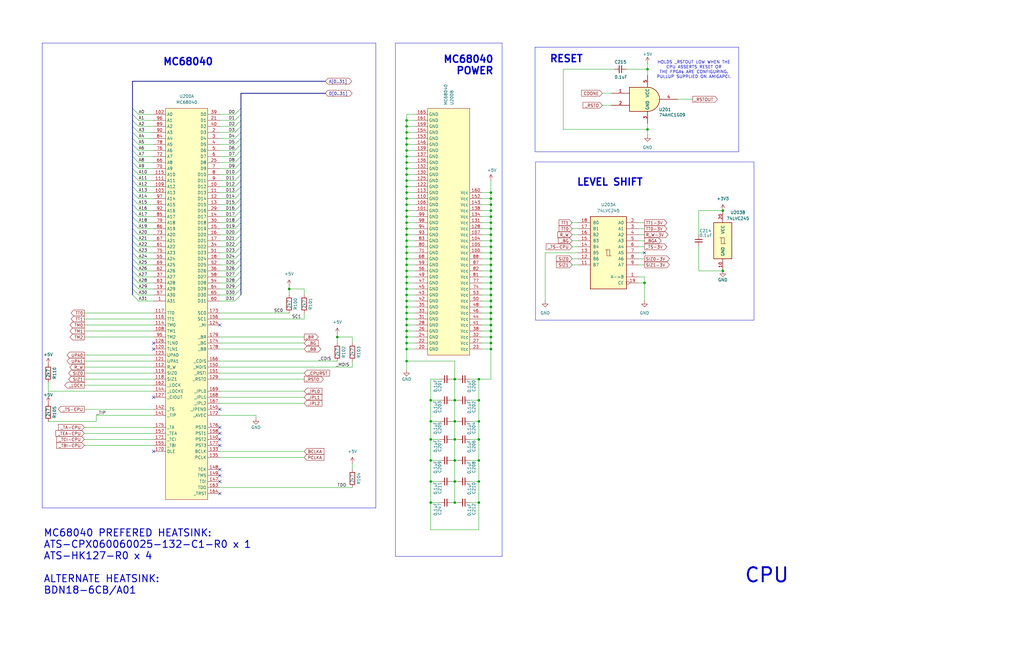
<source format=kicad_sch>
(kicad_sch (version 20231120) (generator "eeschema") (generator_version "8.0")
  (paper "B")
  (title_block (title "AmigaPCI 68040") (date "2024-07-18") (rev "3.0"))
  (junction (at 171.45 63.5))
  (junction (at 171.45 83.82))
  (junction (at 121.92 121.92))
  (junction (at 171.45 58.42))
  (junction (at 181.61 203.2))
  (junction (at 191.77 177.8))
  (junction (at 201.93 177.8))
  (junction (at 181.61 212.09))
  (junction (at 171.45 68.58))
  (junction (at 171.45 76.2))
  (junction (at 304.8 114.3))
  (junction (at 171.45 134.62))
  (junction (at 171.45 127))
  (junction (at 207.01 129.54))
  (junction (at 207.01 144.78))
  (junction (at 207.01 121.92))
  (junction (at 171.45 132.08))
  (junction (at 207.01 139.7))
  (junction (at 171.45 152.4))
  (junction (at 191.77 185.42))
  (junction (at 171.45 137.16))
  (junction (at 181.61 177.8))
  (junction (at 207.01 104.14))
  (junction (at 171.45 104.14))
  (junction (at 171.45 81.28))
  (junction (at 171.45 71.12))
  (junction (at 171.45 147.32))
  (junction (at 191.77 203.2))
  (junction (at 207.01 106.68))
  (junction (at 171.45 93.98))
  (junction (at 207.01 147.32))
  (junction (at 171.45 111.76))
  (junction (at 181.61 168.91))
  (junction (at 207.01 114.3))
  (junction (at 271.78 119.38))
  (junction (at 207.01 99.06))
  (junction (at 171.45 66.04))
  (junction (at 142.24 142.24))
  (junction (at 207.01 93.98))
  (junction (at 201.93 194.31))
  (junction (at 171.45 116.84))
  (junction (at 171.45 96.52))
  (junction (at 207.01 132.08))
  (junction (at 171.45 144.78))
  (junction (at 207.01 83.82))
  (junction (at 304.8 88.9))
  (junction (at 273.05 29.21))
  (junction (at 207.01 116.84))
  (junction (at 171.45 73.66))
  (junction (at 171.45 109.22))
  (junction (at 171.45 55.88))
  (junction (at 207.01 88.9))
  (junction (at 171.45 88.9))
  (junction (at 191.77 168.91))
  (junction (at 171.45 139.7))
  (junction (at 201.93 212.09))
  (junction (at 207.01 134.62))
  (junction (at 171.45 124.46))
  (junction (at 171.45 99.06))
  (junction (at 207.01 91.44))
  (junction (at 207.01 127))
  (junction (at 207.01 119.38))
  (junction (at 201.93 160.02))
  (junction (at 171.45 86.36))
  (junction (at 207.01 81.28))
  (junction (at 171.45 53.34))
  (junction (at 171.45 91.44))
  (junction (at 207.01 101.6))
  (junction (at 171.45 129.54))
  (junction (at 171.45 106.68))
  (junction (at 171.45 142.24))
  (junction (at 207.01 86.36))
  (junction (at 207.01 109.22))
  (junction (at 273.05 54.61))
  (junction (at 191.77 194.31))
  (junction (at 171.45 50.8))
  (junction (at 201.93 203.2))
  (junction (at 201.93 185.42))
  (junction (at 181.61 185.42))
  (junction (at 171.45 60.96))
  (junction (at 171.45 121.92))
  (junction (at 191.77 212.09))
  (junction (at 207.01 137.16))
  (junction (at 181.61 194.31))
  (junction (at 171.45 101.6))
  (junction (at 171.45 119.38))
  (junction (at 171.45 78.74))
  (junction (at 207.01 111.76))
  (junction (at 201.93 168.91))
  (junction (at 207.01 142.24))
  (junction (at 207.01 124.46))
  (junction (at 207.01 96.52))
  (junction (at 171.45 114.3))
  (junction (at 191.77 160.02))
  (no_connect (at 92.71 208.28))
  (no_connect (at 64.77 144.78))
  (no_connect (at 64.77 190.5))
  (no_connect (at 64.77 167.64))
  (no_connect (at 92.71 185.42))
  (no_connect (at 92.71 182.88))
  (no_connect (at 64.77 147.32))
  (no_connect (at 92.71 137.16))
  (no_connect (at 92.71 172.72))
  (no_connect (at 271.78 106.68))
  (no_connect (at 92.71 200.66))
  (no_connect (at 92.71 198.12))
  (no_connect (at 92.71 187.96))
  (no_connect (at 92.71 203.2))
  (no_connect (at 92.71 180.34))
  (bus_entry (at 99.06 50.8) (size 2.54 -2.54))
  (bus_entry (at 99.06 91.44) (size 2.54 -2.54))
  (bus_entry (at 58.42 106.68) (size -2.54 -2.54))
  (bus_entry (at 99.06 76.2) (size 2.54 -2.54))
  (bus_entry (at 58.42 58.42) (size -2.54 -2.54))
  (bus_entry (at 58.42 88.9) (size -2.54 -2.54))
  (bus_entry (at 99.06 78.74) (size 2.54 -2.54))
  (bus_entry (at 99.06 104.14) (size 2.54 -2.54))
  (bus_entry (at 99.06 60.96) (size 2.54 -2.54))
  (bus_entry (at 99.06 83.82) (size 2.54 -2.54))
  (bus_entry (at 58.42 83.82) (size -2.54 -2.54))
  (bus_entry (at 58.42 63.5) (size -2.54 -2.54))
  (bus_entry (at 99.06 63.5) (size 2.54 -2.54))
  (bus_entry (at 58.42 96.52) (size -2.54 -2.54))
  (bus_entry (at 99.06 101.6) (size 2.54 -2.54))
  (bus_entry (at 58.42 116.84) (size -2.54 -2.54))
  (bus_entry (at 58.42 124.46) (size -2.54 -2.54))
  (bus_entry (at 58.42 93.98) (size -2.54 -2.54))
  (bus_entry (at 99.06 116.84) (size 2.54 -2.54))
  (bus_entry (at 99.06 124.46) (size 2.54 -2.54))
  (bus_entry (at 99.06 106.68) (size 2.54 -2.54))
  (bus_entry (at 58.42 81.28) (size -2.54 -2.54))
  (bus_entry (at 58.42 101.6) (size -2.54 -2.54))
  (bus_entry (at 99.06 53.34) (size 2.54 -2.54))
  (bus_entry (at 99.06 86.36) (size 2.54 -2.54))
  (bus_entry (at 99.06 88.9) (size 2.54 -2.54))
  (bus_entry (at 58.42 48.26) (size -2.54 -2.54))
  (bus_entry (at 58.42 109.22) (size -2.54 -2.54))
  (bus_entry (at 99.06 93.98) (size 2.54 -2.54))
  (bus_entry (at 58.42 50.8) (size -2.54 -2.54))
  (bus_entry (at 58.42 121.92) (size -2.54 -2.54))
  (bus_entry (at 58.42 127) (size -2.54 -2.54))
  (bus_entry (at 58.42 91.44) (size -2.54 -2.54))
  (bus_entry (at 99.06 73.66) (size 2.54 -2.54))
  (bus_entry (at 58.42 119.38) (size -2.54 -2.54))
  (bus_entry (at 58.42 114.3) (size -2.54 -2.54))
  (bus_entry (at 99.06 58.42) (size 2.54 -2.54))
  (bus_entry (at 99.06 121.92) (size 2.54 -2.54))
  (bus_entry (at 99.06 109.22) (size 2.54 -2.54))
  (bus_entry (at 58.42 71.12) (size -2.54 -2.54))
  (bus_entry (at 99.06 127) (size 2.54 -2.54))
  (bus_entry (at 99.06 111.76) (size 2.54 -2.54))
  (bus_entry (at 58.42 53.34) (size -2.54 -2.54))
  (bus_entry (at 58.42 99.06) (size -2.54 -2.54))
  (bus_entry (at 58.42 78.74) (size -2.54 -2.54))
  (bus_entry (at 99.06 114.3) (size 2.54 -2.54))
  (bus_entry (at 58.42 86.36) (size -2.54 -2.54))
  (bus_entry (at 99.06 55.88) (size 2.54 -2.54))
  (bus_entry (at 58.42 104.14) (size -2.54 -2.54))
  (bus_entry (at 58.42 111.76) (size -2.54 -2.54))
  (bus_entry (at 99.06 66.04) (size 2.54 -2.54))
  (bus_entry (at 58.42 66.04) (size -2.54 -2.54))
  (bus_entry (at 58.42 60.96) (size -2.54 -2.54))
  (bus_entry (at 99.06 119.38) (size 2.54 -2.54))
  (bus_entry (at 58.42 73.66) (size -2.54 -2.54))
  (bus_entry (at 99.06 96.52) (size 2.54 -2.54))
  (bus_entry (at 58.42 68.58) (size -2.54 -2.54))
  (bus_entry (at 99.06 48.26) (size 2.54 -2.54))
  (bus_entry (at 99.06 81.28) (size 2.54 -2.54))
  (bus_entry (at 99.06 99.06) (size 2.54 -2.54))
  (bus_entry (at 58.42 76.2) (size -2.54 -2.54))
  (bus_entry (at 99.06 71.12) (size 2.54 -2.54))
  (bus_entry (at 99.06 68.58) (size 2.54 -2.54))
  (bus_entry (at 58.42 55.88) (size -2.54 -2.54))
  (wire (pts (xy 35.56 152.4) (xy 64.77 152.4)))
  (wire (pts (xy 171.45 106.68) (xy 171.45 109.22)))
  (wire (pts (xy 207.01 99.06) (xy 207.01 101.6)))
  (wire (pts (xy 92.71 132.08) (xy 121.92 132.08)))
  (wire (pts (xy 92.71 127) (xy 99.06 127)))
  (wire (pts (xy 241.3 96.52) (xy 243.84 96.52)))
  (wire (pts (xy 207.01 116.84) (xy 203.2 116.84)))
  (wire (pts (xy 191.77 152.4) (xy 191.77 160.02)))
  (wire (pts (xy 207.01 83.82) (xy 207.01 86.36)))
  (wire (pts (xy 58.42 81.28) (xy 64.77 81.28)))
  (wire (pts (xy 58.42 73.66) (xy 64.77 73.66)))
  (wire (pts (xy 175.26 81.28) (xy 171.45 81.28)))
  (wire (pts (xy 58.42 119.38) (xy 64.77 119.38)))
  (wire (pts (xy 92.71 73.66) (xy 99.06 73.66)))
  (bus (pts (xy 101.6 83.82) (xy 101.6 86.36)))
  (wire (pts (xy 198.12 160.02) (xy 201.93 160.02)))
  (wire (pts (xy 269.24 116.84) (xy 271.78 116.84)))
  (wire (pts (xy 171.45 73.66) (xy 171.45 76.2)))
  (wire (pts (xy 193.04 212.09) (xy 191.77 212.09)))
  (wire (pts (xy 193.04 203.2) (xy 191.77 203.2)))
  (wire (pts (xy 128.27 124.46) (xy 128.27 121.92)))
  (wire (pts (xy 35.56 149.86) (xy 64.77 149.86)))
  (wire (pts (xy 207.01 121.92) (xy 207.01 124.46)))
  (wire (pts (xy 35.56 180.34) (xy 64.77 180.34)))
  (wire (pts (xy 207.01 104.14) (xy 207.01 106.68)))
  (wire (pts (xy 175.26 96.52) (xy 171.45 96.52)))
  (wire (pts (xy 148.59 195.58) (xy 148.59 198.12)))
  (bus (pts (xy 101.6 109.22) (xy 101.6 111.76)))
  (bus (pts (xy 55.88 96.52) (xy 55.88 99.06)))
  (wire (pts (xy 181.61 203.2) (xy 185.42 203.2)))
  (wire (pts (xy 35.56 182.88) (xy 64.77 182.88)))
  (wire (pts (xy 191.77 185.42) (xy 191.77 194.31)))
  (wire (pts (xy 58.42 121.92) (xy 64.77 121.92)))
  (bus (pts (xy 101.6 106.68) (xy 101.6 109.22)))
  (bus (pts (xy 55.88 68.58) (xy 55.88 71.12)))
  (wire (pts (xy 181.61 160.02) (xy 181.61 168.91)))
  (wire (pts (xy 175.26 147.32) (xy 171.45 147.32)))
  (wire (pts (xy 92.71 50.8) (xy 99.06 50.8)))
  (wire (pts (xy 175.26 106.68) (xy 171.45 106.68)))
  (wire (pts (xy 171.45 50.8) (xy 171.45 53.34)))
  (wire (pts (xy 92.71 91.44) (xy 99.06 91.44)))
  (wire (pts (xy 198.12 168.91) (xy 201.93 168.91)))
  (wire (pts (xy 201.93 223.52) (xy 181.61 223.52)))
  (wire (pts (xy 207.01 144.78) (xy 207.01 147.32)))
  (wire (pts (xy 92.71 55.88) (xy 99.06 55.88)))
  (wire (pts (xy 58.42 83.82) (xy 64.77 83.82)))
  (wire (pts (xy 58.42 86.36) (xy 64.77 86.36)))
  (bus (pts (xy 101.6 86.36) (xy 101.6 88.9)))
  (wire (pts (xy 171.45 129.54) (xy 171.45 132.08)))
  (wire (pts (xy 207.01 114.3) (xy 203.2 114.3)))
  (bus (pts (xy 101.6 45.72) (xy 101.6 48.26)))
  (wire (pts (xy 58.42 114.3) (xy 64.77 114.3)))
  (bus (pts (xy 55.88 83.82) (xy 55.88 86.36)))
  (wire (pts (xy 35.56 154.94) (xy 64.77 154.94)))
  (bus (pts (xy 101.6 101.6) (xy 101.6 104.14)))
  (bus (pts (xy 101.6 121.92) (xy 101.6 124.46)))
  (wire (pts (xy 175.26 101.6) (xy 171.45 101.6)))
  (wire (pts (xy 207.01 144.78) (xy 203.2 144.78)))
  (wire (pts (xy 207.01 81.28) (xy 207.01 83.82)))
  (wire (pts (xy 175.26 119.38) (xy 171.45 119.38)))
  (wire (pts (xy 203.2 132.08) (xy 207.01 132.08)))
  (wire (pts (xy 171.45 58.42) (xy 171.45 60.96)))
  (bus (pts (xy 55.88 66.04) (xy 55.88 68.58)))
  (wire (pts (xy 35.56 162.56) (xy 64.77 162.56)))
  (bus (pts (xy 55.88 81.28) (xy 55.88 83.82)))
  (wire (pts (xy 175.26 50.8) (xy 171.45 50.8)))
  (wire (pts (xy 171.45 55.88) (xy 171.45 58.42)))
  (wire (pts (xy 191.77 168.91) (xy 190.5 168.91)))
  (wire (pts (xy 241.3 109.22) (xy 243.84 109.22)))
  (bus (pts (xy 55.88 50.8) (xy 55.88 53.34)))
  (wire (pts (xy 171.45 60.96) (xy 171.45 63.5)))
  (wire (pts (xy 20.32 177.8) (xy 40.64 177.8)))
  (wire (pts (xy 175.26 93.98) (xy 171.45 93.98)))
  (bus (pts (xy 101.6 66.04) (xy 101.6 68.58)))
  (wire (pts (xy 241.3 111.76) (xy 243.84 111.76)))
  (wire (pts (xy 92.71 99.06) (xy 99.06 99.06)))
  (wire (pts (xy 171.45 111.76) (xy 171.45 114.3)))
  (wire (pts (xy 175.26 116.84) (xy 171.45 116.84)))
  (wire (pts (xy 193.04 160.02) (xy 191.77 160.02)))
  (wire (pts (xy 271.78 119.38) (xy 269.24 119.38)))
  (wire (pts (xy 175.26 99.06) (xy 171.45 99.06)))
  (wire (pts (xy 207.01 139.7) (xy 207.01 142.24)))
  (wire (pts (xy 171.45 53.34) (xy 171.45 55.88)))
  (wire (pts (xy 175.26 68.58) (xy 171.45 68.58)))
  (wire (pts (xy 171.45 144.78) (xy 171.45 147.32)))
  (wire (pts (xy 294.64 114.3) (xy 304.8 114.3)))
  (wire (pts (xy 207.01 99.06) (xy 203.2 99.06)))
  (bus (pts (xy 55.88 48.26) (xy 55.88 50.8)))
  (bus (pts (xy 101.6 68.58) (xy 101.6 71.12)))
  (wire (pts (xy 191.77 168.91) (xy 191.77 177.8)))
  (wire (pts (xy 193.04 168.91) (xy 191.77 168.91)))
  (wire (pts (xy 35.56 187.96) (xy 64.77 187.96)))
  (bus (pts (xy 101.6 60.96) (xy 101.6 63.5)))
  (wire (pts (xy 241.3 93.98) (xy 243.84 93.98)))
  (wire (pts (xy 241.3 104.14) (xy 243.84 104.14)))
  (wire (pts (xy 58.42 101.6) (xy 64.77 101.6)))
  (wire (pts (xy 121.92 121.92) (xy 121.92 124.46)))
  (wire (pts (xy 148.59 144.78) (xy 148.59 142.24)))
  (bus (pts (xy 101.6 119.38) (xy 101.6 121.92)))
  (wire (pts (xy 207.01 109.22) (xy 207.01 111.76)))
  (bus (pts (xy 55.88 88.9) (xy 55.88 91.44)))
  (bus (pts (xy 55.88 93.98) (xy 55.88 96.52)))
  (wire (pts (xy 198.12 185.42) (xy 201.93 185.42)))
  (wire (pts (xy 207.01 124.46) (xy 207.01 127)))
  (wire (pts (xy 92.71 134.62) (xy 128.27 134.62)))
  (wire (pts (xy 40.64 177.8) (xy 40.64 175.26)))
  (bus (pts (xy 55.88 55.88) (xy 55.88 58.42)))
  (wire (pts (xy 92.71 116.84) (xy 99.06 116.84)))
  (wire (pts (xy 207.01 139.7) (xy 203.2 139.7)))
  (wire (pts (xy 181.61 177.8) (xy 185.42 177.8)))
  (wire (pts (xy 207.01 127) (xy 203.2 127)))
  (wire (pts (xy 58.42 116.84) (xy 64.77 116.84)))
  (wire (pts (xy 171.45 119.38) (xy 171.45 121.92)))
  (wire (pts (xy 92.71 142.24) (xy 128.27 142.24)))
  (wire (pts (xy 175.26 55.88) (xy 171.45 55.88)))
  (wire (pts (xy 207.01 96.52) (xy 207.01 99.06)))
  (wire (pts (xy 207.01 127) (xy 207.01 129.54)))
  (bus (pts (xy 55.88 76.2) (xy 55.88 78.74)))
  (wire (pts (xy 92.71 193.04) (xy 128.27 193.04)))
  (wire (pts (xy 175.26 121.92) (xy 171.45 121.92)))
  (bus (pts (xy 101.6 58.42) (xy 101.6 60.96)))
  (wire (pts (xy 207.01 83.82) (xy 203.2 83.82)))
  (wire (pts (xy 92.71 104.14) (xy 99.06 104.14)))
  (wire (pts (xy 175.26 129.54) (xy 171.45 129.54)))
  (wire (pts (xy 92.71 53.34) (xy 99.06 53.34)))
  (wire (pts (xy 201.93 177.8) (xy 201.93 185.42)))
  (wire (pts (xy 171.45 137.16) (xy 171.45 139.7)))
  (wire (pts (xy 191.77 177.8) (xy 191.77 185.42)))
  (wire (pts (xy 191.77 212.09) (xy 190.5 212.09)))
  (wire (pts (xy 271.78 99.06) (xy 269.24 99.06)))
  (wire (pts (xy 175.26 142.24) (xy 171.45 142.24)))
  (bus (pts (xy 101.6 93.98) (xy 101.6 96.52)))
  (wire (pts (xy 92.71 71.12) (xy 99.06 71.12)))
  (wire (pts (xy 207.01 106.68) (xy 203.2 106.68)))
  (wire (pts (xy 207.01 119.38) (xy 207.01 121.92)))
  (wire (pts (xy 171.45 83.82) (xy 171.45 86.36)))
  (wire (pts (xy 148.59 142.24) (xy 142.24 142.24)))
  (wire (pts (xy 58.42 50.8) (xy 64.77 50.8)))
  (wire (pts (xy 181.61 212.09) (xy 181.61 223.52)))
  (bus (pts (xy 101.6 55.88) (xy 101.6 58.42)))
  (bus (pts (xy 101.6 91.44) (xy 101.6 93.98)))
  (wire (pts (xy 142.24 140.97) (xy 142.24 142.24)))
  (wire (pts (xy 58.42 53.34) (xy 64.77 53.34)))
  (wire (pts (xy 207.01 134.62) (xy 207.01 137.16)))
  (wire (pts (xy 58.42 68.58) (xy 64.77 68.58)))
  (wire (pts (xy 58.42 124.46) (xy 64.77 124.46)))
  (wire (pts (xy 207.01 116.84) (xy 207.01 119.38)))
  (wire (pts (xy 92.71 58.42) (xy 99.06 58.42)))
  (wire (pts (xy 171.45 96.52) (xy 171.45 99.06)))
  (wire (pts (xy 207.01 104.14) (xy 203.2 104.14)))
  (bus (pts (xy 101.6 73.66) (xy 101.6 76.2)))
  (wire (pts (xy 207.01 106.68) (xy 207.01 109.22)))
  (wire (pts (xy 175.26 127) (xy 171.45 127)))
  (wire (pts (xy 58.42 58.42) (xy 64.77 58.42)))
  (wire (pts (xy 175.26 124.46) (xy 171.45 124.46)))
  (wire (pts (xy 193.04 185.42) (xy 191.77 185.42)))
  (wire (pts (xy 198.12 177.8) (xy 201.93 177.8)))
  (wire (pts (xy 171.45 114.3) (xy 171.45 116.84)))
  (wire (pts (xy 35.56 132.08) (xy 64.77 132.08)))
  (wire (pts (xy 207.01 114.3) (xy 207.01 116.84)))
  (bus (pts (xy 55.88 106.68) (xy 55.88 109.22)))
  (bus (pts (xy 101.6 104.14) (xy 101.6 106.68)))
  (wire (pts (xy 171.45 81.28) (xy 171.45 83.82)))
  (wire (pts (xy 191.77 160.02) (xy 191.77 168.91)))
  (wire (pts (xy 175.26 58.42) (xy 171.45 58.42)))
  (wire (pts (xy 229.87 106.68) (xy 243.84 106.68)))
  (bus (pts (xy 55.88 34.29) (xy 137.16 34.29)))
  (wire (pts (xy 92.71 88.9) (xy 99.06 88.9)))
  (wire (pts (xy 294.64 99.06) (xy 294.64 88.9)))
  (wire (pts (xy 175.26 104.14) (xy 171.45 104.14)))
  (bus (pts (xy 55.88 101.6) (xy 55.88 104.14)))
  (wire (pts (xy 271.78 109.22) (xy 269.24 109.22)))
  (bus (pts (xy 55.88 91.44) (xy 55.88 93.98)))
  (wire (pts (xy 175.26 111.76) (xy 171.45 111.76)))
  (wire (pts (xy 92.71 157.48) (xy 128.27 157.48)))
  (wire (pts (xy 171.45 68.58) (xy 171.45 71.12)))
  (wire (pts (xy 40.64 175.26) (xy 64.77 175.26)))
  (bus (pts (xy 55.88 58.42) (xy 55.88 60.96)))
  (wire (pts (xy 171.45 142.24) (xy 171.45 144.78)))
  (wire (pts (xy 92.71 68.58) (xy 99.06 68.58)))
  (wire (pts (xy 237.49 54.61) (xy 273.05 54.61)))
  (wire (pts (xy 191.77 194.31) (xy 191.77 203.2)))
  (wire (pts (xy 269.24 111.76) (xy 271.78 111.76)))
  (wire (pts (xy 207.01 142.24) (xy 207.01 144.78)))
  (bus (pts (xy 55.88 99.06) (xy 55.88 101.6)))
  (wire (pts (xy 58.42 104.14) (xy 64.77 104.14)))
  (wire (pts (xy 207.01 132.08) (xy 207.01 134.62)))
  (wire (pts (xy 92.71 83.82) (xy 99.06 83.82)))
  (wire (pts (xy 264.16 29.21) (xy 273.05 29.21)))
  (bus (pts (xy 55.88 60.96) (xy 55.88 63.5)))
  (wire (pts (xy 58.42 63.5) (xy 64.77 63.5)))
  (wire (pts (xy 198.12 212.09) (xy 201.93 212.09)))
  (bus (pts (xy 101.6 63.5) (xy 101.6 66.04)))
  (wire (pts (xy 254 39.37) (xy 257.81 39.37)))
  (wire (pts (xy 58.42 99.06) (xy 64.77 99.06)))
  (wire (pts (xy 207.01 109.22) (xy 203.2 109.22)))
  (wire (pts (xy 92.71 96.52) (xy 99.06 96.52)))
  (wire (pts (xy 271.78 93.98) (xy 269.24 93.98)))
  (wire (pts (xy 207.01 111.76) (xy 207.01 114.3)))
  (bus (pts (xy 55.88 111.76) (xy 55.88 114.3)))
  (wire (pts (xy 175.26 137.16) (xy 171.45 137.16)))
  (wire (pts (xy 198.12 194.31) (xy 201.93 194.31)))
  (wire (pts (xy 92.71 78.74) (xy 99.06 78.74)))
  (bus (pts (xy 55.88 119.38) (xy 55.88 121.92)))
  (wire (pts (xy 181.61 194.31) (xy 181.61 203.2)))
  (wire (pts (xy 229.87 106.68) (xy 229.87 127)))
  (wire (pts (xy 191.77 160.02) (xy 190.5 160.02)))
  (wire (pts (xy 241.3 101.6) (xy 243.84 101.6)))
  (wire (pts (xy 175.26 73.66) (xy 171.45 73.66)))
  (wire (pts (xy 259.08 29.21) (xy 237.49 29.21)))
  (bus (pts (xy 55.88 63.5) (xy 55.88 66.04)))
  (wire (pts (xy 207.01 119.38) (xy 203.2 119.38)))
  (wire (pts (xy 207.01 96.52) (xy 203.2 96.52)))
  (wire (pts (xy 181.61 160.02) (xy 185.42 160.02)))
  (wire (pts (xy 207.01 137.16) (xy 203.2 137.16)))
  (wire (pts (xy 271.78 106.68) (xy 269.24 106.68)))
  (wire (pts (xy 201.93 203.2) (xy 201.93 212.09)))
  (wire (pts (xy 175.26 91.44) (xy 171.45 91.44)))
  (wire (pts (xy 35.56 137.16) (xy 64.77 137.16)))
  (wire (pts (xy 175.26 132.08) (xy 171.45 132.08)))
  (wire (pts (xy 203.2 91.44) (xy 207.01 91.44)))
  (wire (pts (xy 175.26 88.9) (xy 171.45 88.9)))
  (wire (pts (xy 207.01 88.9) (xy 207.01 91.44)))
  (wire (pts (xy 92.71 66.04) (xy 99.06 66.04)))
  (wire (pts (xy 271.78 101.6) (xy 269.24 101.6)))
  (wire (pts (xy 92.71 101.6) (xy 99.06 101.6)))
  (wire (pts (xy 207.01 137.16) (xy 207.01 139.7)))
  (wire (pts (xy 171.45 156.21) (xy 171.45 152.4)))
  (wire (pts (xy 207.01 93.98) (xy 207.01 96.52)))
  (wire (pts (xy 58.42 71.12) (xy 64.77 71.12)))
  (wire (pts (xy 58.42 55.88) (xy 64.77 55.88)))
  (wire (pts (xy 92.71 76.2) (xy 99.06 76.2)))
  (wire (pts (xy 181.61 194.31) (xy 185.42 194.31)))
  (wire (pts (xy 171.45 91.44) (xy 171.45 93.98)))
  (wire (pts (xy 121.92 120.65) (xy 121.92 121.92)))
  (wire (pts (xy 191.77 177.8) (xy 190.5 177.8)))
  (wire (pts (xy 171.45 139.7) (xy 171.45 142.24)))
  (wire (pts (xy 58.42 76.2) (xy 64.77 76.2)))
  (wire (pts (xy 142.24 142.24) (xy 142.24 144.78)))
  (wire (pts (xy 92.71 147.32) (xy 128.27 147.32)))
  (wire (pts (xy 207.01 91.44) (xy 207.01 93.98)))
  (wire (pts (xy 273.05 29.21) (xy 273.05 31.75)))
  (bus (pts (xy 55.88 53.34) (xy 55.88 55.88)))
  (bus (pts (xy 101.6 76.2) (xy 101.6 78.74)))
  (wire (pts (xy 175.26 139.7) (xy 171.45 139.7)))
  (bus (pts (xy 101.6 39.37) (xy 137.16 39.37)))
  (wire (pts (xy 181.61 168.91) (xy 185.42 168.91)))
  (wire (pts (xy 171.45 116.84) (xy 171.45 119.38)))
  (wire (pts (xy 175.26 114.3) (xy 171.45 114.3)))
  (wire (pts (xy 175.26 109.22) (xy 171.45 109.22)))
  (bus (pts (xy 101.6 96.52) (xy 101.6 99.06)))
  (wire (pts (xy 171.45 48.26) (xy 171.45 50.8)))
  (bus (pts (xy 101.6 45.72) (xy 101.6 39.37)))
  (wire (pts (xy 171.45 78.74) (xy 171.45 81.28)))
  (wire (pts (xy 35.56 134.62) (xy 64.77 134.62)))
  (wire (pts (xy 171.45 104.14) (xy 171.45 106.68)))
  (wire (pts (xy 171.45 124.46) (xy 171.45 127)))
  (wire (pts (xy 271.78 104.14) (xy 269.24 104.14)))
  (wire (pts (xy 175.26 66.04) (xy 171.45 66.04)))
  (wire (pts (xy 181.61 168.91) (xy 181.61 177.8)))
  (wire (pts (xy 292.1 41.91) (xy 285.75 41.91)))
  (wire (pts (xy 191.77 152.4) (xy 171.45 152.4)))
  (wire (pts (xy 35.56 172.72) (xy 64.77 172.72)))
  (wire (pts (xy 181.61 177.8) (xy 181.61 185.42)))
  (wire (pts (xy 35.56 160.02) (xy 64.77 160.02)))
  (wire (pts (xy 175.26 63.5) (xy 171.45 63.5)))
  (wire (pts (xy 148.59 152.4) (xy 148.59 154.94)))
  (wire (pts (xy 171.45 86.36) (xy 171.45 88.9)))
  (wire (pts (xy 273.05 54.61) (xy 273.05 57.15)))
  (wire (pts (xy 207.01 129.54) (xy 207.01 132.08)))
  (wire (pts (xy 92.71 167.64) (xy 128.27 167.64)))
  (wire (pts (xy 294.64 104.14) (xy 294.64 114.3)))
  (wire (pts (xy 92.71 114.3) (xy 99.06 114.3)))
  (wire (pts (xy 203.2 111.76) (xy 207.01 111.76)))
  (wire (pts (xy 92.71 109.22) (xy 99.06 109.22)))
  (wire (pts (xy 273.05 52.07) (xy 273.05 54.61)))
  (wire (pts (xy 92.71 205.74) (xy 148.59 205.74)))
  (wire (pts (xy 181.61 212.09) (xy 185.42 212.09)))
  (wire (pts (xy 171.45 93.98) (xy 171.45 96.52)))
  (wire (pts (xy 207.01 101.6) (xy 207.01 104.14)))
  (wire (pts (xy 171.45 132.08) (xy 171.45 134.62)))
  (wire (pts (xy 207.01 160.02) (xy 201.93 160.02)))
  (wire (pts (xy 128.27 132.08) (xy 128.27 134.62)))
  (wire (pts (xy 35.56 185.42) (xy 64.77 185.42)))
  (wire (pts (xy 191.77 185.42) (xy 190.5 185.42)))
  (wire (pts (xy 207.01 76.2) (xy 207.01 81.28)))
  (bus (pts (xy 55.88 45.72) (xy 55.88 48.26)))
  (wire (pts (xy 58.42 127) (xy 64.77 127)))
  (wire (pts (xy 35.56 139.7) (xy 64.77 139.7)))
  (wire (pts (xy 191.77 203.2) (xy 190.5 203.2)))
  (wire (pts (xy 171.45 76.2) (xy 171.45 78.74)))
  (wire (pts (xy 201.93 168.91) (xy 201.93 177.8)))
  (wire (pts (xy 107.95 175.26) (xy 107.95 176.53)))
  (wire (pts (xy 171.45 63.5) (xy 171.45 66.04)))
  (wire (pts (xy 171.45 88.9) (xy 171.45 91.44)))
  (bus (pts (xy 55.88 71.12) (xy 55.88 73.66)))
  (wire (pts (xy 92.71 106.68) (xy 99.06 106.68)))
  (wire (pts (xy 92.71 165.1) (xy 128.27 165.1)))
  (wire (pts (xy 171.45 71.12) (xy 171.45 73.66)))
  (wire (pts (xy 207.01 134.62) (xy 203.2 134.62)))
  (wire (pts (xy 92.71 93.98) (xy 99.06 93.98)))
  (wire (pts (xy 58.42 48.26) (xy 64.77 48.26)))
  (bus (pts (xy 55.88 104.14) (xy 55.88 106.68)))
  (wire (pts (xy 237.49 29.21) (xy 237.49 54.61)))
  (wire (pts (xy 207.01 147.32) (xy 203.2 147.32)))
  (wire (pts (xy 20.32 165.1) (xy 64.77 165.1)))
  (wire (pts (xy 175.26 86.36) (xy 171.45 86.36)))
  (wire (pts (xy 198.12 203.2) (xy 201.93 203.2)))
  (wire (pts (xy 171.45 101.6) (xy 171.45 104.14)))
  (wire (pts (xy 171.45 121.92) (xy 171.45 124.46)))
  (wire (pts (xy 92.71 48.26) (xy 99.06 48.26)))
  (wire (pts (xy 271.78 96.52) (xy 269.24 96.52)))
  (wire (pts (xy 201.93 160.02) (xy 201.93 168.91)))
  (wire (pts (xy 175.26 48.26) (xy 171.45 48.26)))
  (wire (pts (xy 207.01 129.54) (xy 203.2 129.54)))
  (wire (pts (xy 92.71 152.4) (xy 142.24 152.4)))
  (wire (pts (xy 58.42 93.98) (xy 64.77 93.98)))
  (wire (pts (xy 128.27 121.92) (xy 121.92 121.92)))
  (wire (pts (xy 92.71 119.38) (xy 99.06 119.38)))
  (wire (pts (xy 171.45 66.04) (xy 171.45 68.58)))
  (wire (pts (xy 207.01 124.46) (xy 203.2 124.46)))
  (wire (pts (xy 207.01 86.36) (xy 203.2 86.36)))
  (wire (pts (xy 203.2 101.6) (xy 207.01 101.6)))
  (wire (pts (xy 92.71 124.46) (xy 99.06 124.46)))
  (wire (pts (xy 58.42 91.44) (xy 64.77 91.44)))
  (wire (pts (xy 175.26 134.62) (xy 171.45 134.62)))
  (wire (pts (xy 191.77 203.2) (xy 191.77 212.09)))
  (wire (pts (xy 203.2 81.28) (xy 207.01 81.28)))
  (bus (pts (xy 101.6 48.26) (xy 101.6 50.8)))
  (wire (pts (xy 35.56 142.24) (xy 64.77 142.24)))
  (wire (pts (xy 201.93 194.31) (xy 201.93 203.2)))
  (wire (pts (xy 58.42 88.9) (xy 64.77 88.9)))
  (bus (pts (xy 55.88 116.84) (xy 55.88 119.38)))
  (wire (pts (xy 181.61 185.42) (xy 181.61 194.31)))
  (wire (pts (xy 20.32 165.1) (xy 20.32 161.29)))
  (wire (pts (xy 92.71 111.76) (xy 99.06 111.76)))
  (wire (pts (xy 203.2 121.92) (xy 207.01 121.92)))
  (wire (pts (xy 171.45 109.22) (xy 171.45 111.76)))
  (wire (pts (xy 171.45 127) (xy 171.45 129.54)))
  (wire (pts (xy 92.71 121.92) (xy 99.06 121.92)))
  (wire (pts (xy 181.61 203.2) (xy 181.61 212.09)))
  (wire (pts (xy 175.26 78.74) (xy 171.45 78.74)))
  (wire (pts (xy 92.71 60.96) (xy 99.06 60.96)))
  (wire (pts (xy 92.71 170.18) (xy 128.27 170.18)))
  (wire (pts (xy 201.93 185.42) (xy 201.93 194.31)))
  (wire (pts (xy 58.42 109.22) (xy 64.77 109.22)))
  (wire (pts (xy 92.71 154.94) (xy 148.59 154.94)))
  (wire (pts (xy 271.78 119.38) (xy 271.78 127)))
  (bus (pts (xy 101.6 53.34) (xy 101.6 55.88)))
  (bus (pts (xy 101.6 71.12) (xy 101.6 73.66)))
  (wire (pts (xy 58.42 60.96) (xy 64.77 60.96)))
  (bus (pts (xy 55.88 34.29) (xy 55.88 45.72)))
  (wire (pts (xy 92.71 160.02) (xy 128.27 160.02)))
  (wire (pts (xy 58.42 106.68) (xy 64.77 106.68)))
  (wire (pts (xy 254 44.45) (xy 257.81 44.45)))
  (bus (pts (xy 101.6 114.3) (xy 101.6 116.84)))
  (wire (pts (xy 92.71 81.28) (xy 99.06 81.28)))
  (wire (pts (xy 58.42 66.04) (xy 64.77 66.04)))
  (wire (pts (xy 273.05 26.67) (xy 273.05 29.21)))
  (bus (pts (xy 101.6 99.06) (xy 101.6 101.6)))
  (wire (pts (xy 193.04 194.31) (xy 191.77 194.31)))
  (wire (pts (xy 58.42 78.74) (xy 64.77 78.74)))
  (bus (pts (xy 101.6 88.9) (xy 101.6 91.44)))
  (wire (pts (xy 92.71 63.5) (xy 99.06 63.5)))
  (wire (pts (xy 191.77 194.31) (xy 190.5 194.31)))
  (wire (pts (xy 271.78 116.84) (xy 271.78 119.38)))
  (bus (pts (xy 55.88 86.36) (xy 55.88 88.9)))
  (bus (pts (xy 101.6 81.28) (xy 101.6 83.82)))
  (wire (pts (xy 171.45 99.06) (xy 171.45 101.6)))
  (wire (pts (xy 181.61 185.42) (xy 185.42 185.42)))
  (wire (pts (xy 175.26 144.78) (xy 171.45 144.78)))
  (wire (pts (xy 207.01 88.9) (xy 203.2 88.9)))
  (wire (pts (xy 241.3 99.06) (xy 243.84 99.06)))
  (bus (pts (xy 101.6 111.76) (xy 101.6 114.3)))
  (wire (pts (xy 193.04 177.8) (xy 191.77 177.8)))
  (wire (pts (xy 175.26 53.34) (xy 171.45 53.34)))
  (wire (pts (xy 171.45 134.62) (xy 171.45 137.16)))
  (wire (pts (xy 207.01 147.32) (xy 207.01 160.02)))
  (bus (pts (xy 55.88 114.3) (xy 55.88 116.84)))
  (wire (pts (xy 58.42 96.52) (xy 64.77 96.52)))
  (bus (pts (xy 101.6 78.74) (xy 101.6 81.28)))
  (wire (pts (xy 175.26 83.82) (xy 171.45 83.82)))
  (wire (pts (xy 207.01 93.98) (xy 203.2 93.98)))
  (wire (pts (xy 35.56 157.48) (xy 64.77 157.48)))
  (bus (pts (xy 55.88 78.74) (xy 55.88 81.28)))
  (wire (pts (xy 175.26 76.2) (xy 171.45 76.2)))
  (bus (pts (xy 55.88 73.66) (xy 55.88 76.2)))
  (wire (pts (xy 294.64 88.9) (xy 304.8 88.9)))
  (wire (pts (xy 207.01 86.36) (xy 207.01 88.9)))
  (wire (pts (xy 92.71 144.78) (xy 128.27 144.78)))
  (bus (pts (xy 101.6 116.84) (xy 101.6 119.38)))
  (wire (pts (xy 92.71 86.36) (xy 99.06 86.36)))
  (wire (pts (xy 201.93 212.09) (xy 201.93 223.52)))
  (bus (pts (xy 101.6 50.8) (xy 101.6 53.34)))
  (bus (pts (xy 55.88 109.22) (xy 55.88 111.76)))
  (wire (pts (xy 58.42 111.76) (xy 64.77 111.76)))
  (wire (pts (xy 175.26 71.12) (xy 171.45 71.12)))
  (wire (pts (xy 175.26 60.96) (xy 171.45 60.96)))
  (wire (pts (xy 92.71 175.26) (xy 107.95 175.26)))
  (wire (pts (xy 171.45 147.32) (xy 171.45 152.4)))
  (bus (pts (xy 55.88 121.92) (xy 55.88 124.46)))
  (wire (pts (xy 203.2 142.24) (xy 207.01 142.24)))
  (wire (pts (xy 92.71 190.5) (xy 128.27 190.5)))
  (rectangle (start 166.751 234.823) (end 211.709 18.161))
  (rectangle (start 225.806 68.326) (end 317.94 135.128))
  (rectangle (start 17.78 18.161) (end 158.496 214.376))
  (rectangle (start 225.612 19.9) (end 311.464 64.06))
  (text "RESET" (at 231.648 26.67 0) (effects (font (size 3 3) (thickness 0.6) (bold yes)) (justify left bottom)))
  (text "MC68040 PREFERED HEATSINK: \nATS-CPX060060025-132-C1-R0 x 1\nATS-HK127-R0 x 4\n\nALTERNATE HEATSINK:\nBDN18-6CB/A01" (at 18.288 250.952 0) (effects (font (size 3 3) (thickness 0.4) (bold yes)) (justify left bottom)))
  (text "LEVEL SHIFT" (at 243.078 78.74 0) (effects (font (size 3 3) (thickness 0.6) (bold yes)) (justify left bottom)))
  (text "MC68040" (at 68.58 27.94 0) (effects (font (size 3 3) (thickness 0.6) (bold yes)) (justify left bottom)))
  (text "MC68040\nPOWER" (at 208.28 31.75 0) (effects (font (size 3 3) (thickness 0.6) (bold yes)) (justify right bottom)))
  (text "CPU" (at 313.69 246.38 0) (effects (font (size 6 6) (thickness 0.8) (bold yes)) (justify left bottom)))
  (text "HOLDS _RSTOUT LOW WHEN THE\nCPU ASSERTS RESET OR\nTHE FPGAs ARE CONFIGURING.\nPULLUP SUPPLIED ON AMIGAPCI." (at 292.608 29.464 0) (effects (font (size 1.27 1.27))))
  (label "D3" (at 99.06 55.88 180))
  (label "A19" (at 58.42 96.52 0))
  (label "D18" (at 99.06 93.98 180))
  (label "A5" (at 58.42 60.96 0))
  (label "A18" (at 58.42 93.98 0))
  (label "D9" (at 99.06 71.12 180))
  (label "A3" (at 58.42 55.88 0))
  (label "A23" (at 58.42 106.68 0))
  (label "A13" (at 58.42 81.28 0))
  (label "D17" (at 99.06 91.44 180))
  (label "D21" (at 99.06 101.6 180))
  (label "D29" (at 99.06 121.92 180))
  (label "A7" (at 58.42 66.04 0))
  (label "A0" (at 58.42 48.26 0))
  (label "A2" (at 58.42 53.34 0))
  (label "D2" (at 99.06 53.34 180))
  (label "A20" (at 58.42 99.06 0))
  (label "A16" (at 58.42 88.9 0))
  (label "D8" (at 99.06 68.58 180))
  (label "D30" (at 99.06 124.46 180))
  (label "SC1" (at 127 134.62 180))
  (label "D4" (at 99.06 58.42 180))
  (label "D5" (at 99.06 60.96 180))
  (label "A26" (at 58.42 114.3 0))
  (label "D22" (at 99.06 104.14 180))
  (label "D7" (at 99.06 66.04 180))
  (label "A22" (at 58.42 104.14 0))
  (label "D25" (at 99.06 111.76 180))
  (label "A27" (at 58.42 116.84 0))
  (label "A9" (at 58.42 71.12 0))
  (label "D6" (at 99.06 63.5 180))
  (label "A15" (at 58.42 86.36 0))
  (label "D16" (at 99.06 88.9 180))
  (label "A14" (at 58.42 83.82 0))
  (label "A12" (at 58.42 78.74 0))
  (label "D11" (at 99.06 76.2 180))
  (label "A4" (at 58.42 58.42 0))
  (label "A8" (at 58.42 68.58 0))
  (label "D24" (at 99.06 109.22 180))
  (label "A28" (at 58.42 119.38 0))
  (label "D27" (at 99.06 116.84 180))
  (label "D14" (at 99.06 83.82 180))
  (label "D26" (at 99.06 114.3 180))
  (label "_MDIS" (at 147.32 154.94 180))
  (label "A1" (at 58.42 50.8 0))
  (label "A25" (at 58.42 111.76 0))
  (label "D1" (at 99.06 50.8 180))
  (label "A10" (at 58.42 73.66 0))
  (label "D15" (at 99.06 86.36 180))
  (label "A30" (at 58.42 124.46 0))
  (label "A29" (at 58.42 121.92 0))
  (label "D19" (at 99.06 96.52 180))
  (label "_CDIS" (at 139.7 152.4 180))
  (label "D28" (at 99.06 119.38 180))
  (label "A6" (at 58.42 63.5 0))
  (label "SC0" (at 119.38 132.08 180))
  (label "D23" (at 99.06 106.68 180))
  (label "D13" (at 99.06 81.28 180))
  (label "D31" (at 99.06 127 180))
  (label "D20" (at 99.06 99.06 180))
  (label "A11" (at 58.42 76.2 0))
  (label "D12" (at 99.06 78.74 180))
  (label "TDO" (at 146.05 205.74 180))
  (label "D10" (at 99.06 73.66 180))
  (label "D0" (at 99.06 48.26 180))
  (label "A31" (at 58.42 127 0))
  (label "A24" (at 58.42 109.22 0))
  (label "A21" (at 58.42 101.6 0))
  (label "_TIP" (at 40.64 175.26 0))
  (label "A17" (at 58.42 91.44 0))
  (global_label "TT0" (shape output) (at 35.56 132.08 180) (property "Intersheetrefs" "${INTERSHEET_REFS}" (at 29.5095 132.08 0) (effects (justify right))))
  (global_label "SIZ1" (shape input) (at 241.3 111.76 180) (property "Intersheetrefs" "${INTERSHEET_REFS}" (at 234.0815 111.76 0) (effects (justify right))))
  (global_label "R_W" (shape output) (at 35.56 154.94 180) (property "Intersheetrefs" "${INTERSHEET_REFS}" (at 29.337 154.94 0) (effects (justify right))))
  (global_label "_IPL2" (shape input) (at 128.27 170.18 0) (property "Intersheetrefs" "${INTERSHEET_REFS}" (at 136.2558 170.18 0) (effects (justify left))))
  (global_label "_LOCK" (shape output) (at 35.56 162.56 180) (property "Intersheetrefs" "${INTERSHEET_REFS}" (at 26.788 162.56 0) (effects (justify right))))
  (global_label "PCLKA" (shape input) (at 128.27 193.04 0) (property "Intersheetrefs" "${INTERSHEET_REFS}" (at 137.1819 193.04 0) (effects (justify left))))
  (global_label "SIZ0" (shape input) (at 241.3 109.22 180) (property "Intersheetrefs" "${INTERSHEET_REFS}" (at 234.0815 109.22 0) (effects (justify right))))
  (global_label "_BR" (shape output) (at 128.27 142.24 0) (property "Intersheetrefs" "${INTERSHEET_REFS}" (at 134.6834 142.24 0) (effects (justify left))))
  (global_label "_TS-CPU" (shape input) (at 241.3 104.14 180) (property "Intersheetrefs" "${INTERSHEET_REFS}" (at 229.7272 104.14 0) (effects (justify right))))
  (global_label "TT0-3V" (shape output) (at 271.78 96.52 0) (property "Intersheetrefs" "${INTERSHEET_REFS}" (at 281.7804 96.52 0) (effects (justify left))))
  (global_label "_IPL1" (shape input) (at 128.27 167.64 0) (property "Intersheetrefs" "${INTERSHEET_REFS}" (at 136.2558 167.64 0) (effects (justify left))))
  (global_label "_BGA" (shape output) (at 271.78 101.6 0) (property "Intersheetrefs" "${INTERSHEET_REFS}" (at 279.3614 101.6 0) (effects (justify left))))
  (global_label "SIZ0-3V" (shape output) (at 271.78 109.22 0) (property "Intersheetrefs" "${INTERSHEET_REFS}" (at 282.869 109.22 0) (effects (justify left))))
  (global_label "_BG" (shape input) (at 241.3 101.6 180) (property "Intersheetrefs" "${INTERSHEET_REFS}" (at 234.8072 101.6 0) (effects (justify right))))
  (global_label "D[0..31]" (shape bidirectional) (at 137.16 39.37 0) (property "Intersheetrefs" "${INTERSHEET_REFS}" (at 148.844 39.37 0) (effects (justify left))))
  (global_label "_TS-3V" (shape output) (at 271.78 104.14 0) (property "Intersheetrefs" "${INTERSHEET_REFS}" (at 281.7804 104.14 0) (effects (justify left))))
  (global_label "_IPL0" (shape input) (at 128.27 165.1 0) (property "Intersheetrefs" "${INTERSHEET_REFS}" (at 136.2558 165.1 0) (effects (justify left))))
  (global_label "TT1" (shape input) (at 241.3 93.98 180) (property "Intersheetrefs" "${INTERSHEET_REFS}" (at 235.1701 93.98 0) (effects (justify right))))
  (global_label "TM2" (shape output) (at 35.56 142.24 180) (property "Intersheetrefs" "${INTERSHEET_REFS}" (at 29.0257 142.24 0) (effects (justify right))))
  (global_label "_TCI-CPU" (shape input) (at 35.56 185.42 180) (property "Intersheetrefs" "${INTERSHEET_REFS}" (at 23.3219 185.42 0) (effects (justify right))))
  (global_label "R_W" (shape input) (at 241.3 99.06 180) (property "Intersheetrefs" "${INTERSHEET_REFS}" (at 234.95 98.806 0) (effects (justify right))))
  (global_label "SIZ0" (shape output) (at 35.56 157.48 180) (property "Intersheetrefs" "${INTERSHEET_REFS}" (at 28.4209 157.48 0) (effects (justify right))))
  (global_label "A[0..31]" (shape bidirectional) (at 137.16 34.29 0) (property "Intersheetrefs" "${INTERSHEET_REFS}" (at 147.828 34.036 0) (effects (justify left))))
  (global_label "_RSTO" (shape output) (at 128.27 160.02 0) (property "Intersheetrefs" "${INTERSHEET_REFS}" (at 137.0004 160.02 0) (effects (justify left))))
  (global_label "SIZ1-3V" (shape output) (at 271.78 111.76 0) (property "Intersheetrefs" "${INTERSHEET_REFS}" (at 282.869 111.76 0) (effects (justify left))))
  (global_label "_RSTO" (shape input) (at 254 44.45 180) (property "Intersheetrefs" "${INTERSHEET_REFS}" (at 245.2696 44.45 0) (effects (justify right))))
  (global_label "TT0" (shape input) (at 241.3 96.52 180) (property "Intersheetrefs" "${INTERSHEET_REFS}" (at 235.1701 96.52 0) (effects (justify right))))
  (global_label "CDONE" (shape input) (at 254 39.37 180) (property "Intersheetrefs" "${INTERSHEET_REFS}" (at 244.6648 39.37 0) (effects (justify right))))
  (global_label "_CPURST" (shape input) (at 128.27 157.48 0) (property "Intersheetrefs" "${INTERSHEET_REFS}" (at 139.5404 157.48 0) (effects (justify left))))
  (global_label "_BG" (shape input) (at 128.27 144.78 0) (property "Intersheetrefs" "${INTERSHEET_REFS}" (at 134.6834 144.78 0) (effects (justify left))))
  (global_label "_TA-CPU" (shape input) (at 35.56 180.34 180) (property "Intersheetrefs" "${INTERSHEET_REFS}" (at 24.1081 180.34 0) (effects (justify right))))
  (global_label "_TBI-CPU" (shape input) (at 35.56 187.96 180) (property "Intersheetrefs" "${INTERSHEET_REFS}" (at 23.3219 187.96 0) (effects (justify right))))
  (global_label "_RSTOUT" (shape output) (at 292.1 41.91 0) (property "Intersheetrefs" "${INTERSHEET_REFS}" (at 303.1285 41.91 0) (effects (justify left))))
  (global_label "TM1" (shape output) (at 35.56 139.7 180) (property "Intersheetrefs" "${INTERSHEET_REFS}" (at 29.0257 139.7 0) (effects (justify right))))
  (global_label "R_W-3V" (shape output) (at 271.78 99.06 0) (property "Intersheetrefs" "${INTERSHEET_REFS}" (at 282.194 98.806 0) (effects (justify left))))
  (global_label "UPA0" (shape output) (at 35.56 149.86 180) (property "Intersheetrefs" "${INTERSHEET_REFS}" (at 27.7556 149.86 0) (effects (justify right))))
  (global_label "TT1" (shape output) (at 35.56 134.62 180) (property "Intersheetrefs" "${INTERSHEET_REFS}" (at 29.5095 134.62 0) (effects (justify right))))
  (global_label "TM0" (shape output) (at 35.56 137.16 180) (property "Intersheetrefs" "${INTERSHEET_REFS}" (at 29.0257 137.16 0) (effects (justify right))))
  (global_label "SIZ1" (shape output) (at 35.56 160.02 180) (property "Intersheetrefs" "${INTERSHEET_REFS}" (at 28.4209 160.02 0) (effects (justify right))))
  (global_label "_BB" (shape bidirectional) (at 128.27 147.32 0) (property "Intersheetrefs" "${INTERSHEET_REFS}" (at 135.7947 147.32 0) (effects (justify left))))
  (global_label "UPA1" (shape output) (at 35.56 152.4 180) (property "Intersheetrefs" "${INTERSHEET_REFS}" (at 27.7556 152.4 0) (effects (justify right))))
  (global_label "_TEA-CPU" (shape input) (at 35.56 182.88 180) (property "Intersheetrefs" "${INTERSHEET_REFS}" (at 22.9591 182.88 0) (effects (justify right))))
  (global_label "_TS-CPU" (shape output) (at 35.56 172.72 180) (property "Intersheetrefs" "${INTERSHEET_REFS}" (at 26.924 170.18 0) (effects (justify right))))
  (global_label "TT1-3V" (shape output) (at 271.78 93.98 0) (property "Intersheetrefs" "${INTERSHEET_REFS}" (at 281.7804 93.98 0) (effects (justify left))))
  (global_label "BCLKA" (shape input) (at 128.27 190.5 0) (property "Intersheetrefs" "${INTERSHEET_REFS}" (at 136.017 190.5 0) (effects (justify left))))
  (symbol (lib_id "Device:R") (at 148.59 201.93 0) (unit 1)
    (property "Reference" "R104" (at 151.257 204.47 90) (effects (justify left)))
    (property "Value" "2k7" (at 148.59 203.835 90) (effects (justify left)))
    (property "Footprint" "Resistor_SMD:R_0603_1608Metric" (effects (hide yes)))
  )
  (symbol (lib_name "+5V_2") (lib_id "power:+5V") (at 273.05 26.67 0) (unit 1)
    (property "Reference" "#PWR021" (effects (hide yes)))
    (property "Value" "+5V" (at 273.05 22.86 0))
    (property "Description" "Power symbol creates a global label with name \"+5V\"" (effects (hide yes)))
  )
  (symbol (lib_id "Device:C_Small") (at 195.58 185.42 270) (unit 1)
    (property "Reference" "C206" (at 199.787 185.674 0) (effects (justify left)))
    (property "Value" "0.1uF" (at 197.866 185.674 0) (effects (justify left)))
    (property "Footprint" "Capacitor_SMD:C_0603_1608Metric" (effects (hide yes)))
  )
  (symbol (lib_id "AmigaPCI-Symbols:MC68040RC33") (at 78.74 128.27 0) (unit 1)
    (property "Reference" "U200" (at 78.74 40.64 0))
    (property "Value" "MC68040" (at 78.74 43.18 0))
    (property "Footprint" "AmigaPCI:PGA179" (effects (hide yes)))
    (instances (project "AmigaPCI Mainboard" (path "" (reference "U200") (unit 1))) (project "AmigaPCI 68040" (path "" (reference "U100") (unit 1))))
  )
  (symbol (lib_name "+5V_1") (lib_id "power:+5V") (at 121.92 120.65 0) (unit 1)
    (property "Reference" "#PWR01" (effects (hide yes)))
    (property "Value" "+5V" (at 121.92 115.57 0))
    (property "Description" "Power symbol creates a global label with name \"+5V\"" (effects (hide yes)))
  )
  (symbol (lib_name "+5V_1") (lib_id "power:+5V") (at 148.59 195.58 0) (unit 1)
    (property "Reference" "#PWR03" (effects (hide yes)))
    (property "Value" "+5V" (at 148.59 190.5 0))
    (property "Description" "Power symbol creates a global label with name \"+5V\"" (effects (hide yes)))
  )
  (symbol (lib_id "AmigaPCI-Symbols:74LVC245") (at 256.54 106.68 0) (mirror y) (unit 1)
    (property "Reference" "U203" (at 256.54 86.36 0))
    (property "Value" "74LVC245" (at 256.54 88.9 0))
    (property "Footprint" "Package_SO:TSSOP-20_4.4x6.5mm_P0.65mm" (effects (hide yes)))
    (property "Datasheet" "http://www.ti.com/lit/gpn/sn74LS245" (effects (hide yes)))
    (property "Description" "Octal BUS Transceivers, 3-State outputs" (effects (hide yes)))
  )
  (symbol (lib_id "Device:C_Small") (at 187.96 185.42 90) (unit 1)
    (property "Reference" "C207" (at 185.42 190.754 0) (effects (justify left)))
    (property "Value" "0.1uF" (at 183.642 191.008 0) (effects (justify left)))
    (property "Footprint" "Capacitor_SMD:C_0603_1608Metric" (effects (hide yes)))
  )
  (symbol (lib_id "Device:R") (at 142.24 148.59 0) (unit 1)
    (property "Reference" "R102" (at 144.907 151.13 90) (effects (justify left)))
    (property "Value" "2k7" (at 142.24 150.495 90) (effects (justify left)))
    (property "Footprint" "Resistor_SMD:R_0603_1608Metric" (effects (hide yes)))
  )
  (symbol (lib_id "Device:C_Small") (at 195.58 168.91 270) (unit 1)
    (property "Reference" "C202" (at 199.787 169.164 0) (effects (justify left)))
    (property "Value" "0.1uF" (at 197.866 169.164 0) (effects (justify left)))
    (property "Footprint" "Capacitor_SMD:C_0603_1608Metric" (effects (hide yes)))
  )
  (symbol (lib_id "Device:R") (at 128.27 128.27 0) (unit 1)
    (property "Reference" "R101" (at 130.937 130.81 90) (effects (justify left)))
    (property "Value" "2k7" (at 128.27 130.175 90) (effects (justify left)))
    (property "Footprint" "Resistor_SMD:R_0603_1608Metric" (effects (hide yes)))
  )
  (symbol (lib_id "AmigaPCI-Symbols:74LVC245") (at 304.8 101.6 0) (mirror y) (unit 2)
    (property "Reference" "U203" (at 311.15 89.662 0))
    (property "Value" "74LVC245" (at 311.15 92.202 0))
    (property "Footprint" "Package_SO:TSSOP-20_4.4x6.5mm_P0.65mm" (effects (hide yes)))
    (property "Datasheet" "http://www.ti.com/lit/gpn/sn74LS245" (effects (hide yes)))
    (property "Description" "Octal BUS Transceivers, 3-State outputs" (effects (hide yes)))
  )
  (symbol (lib_name "GND_3") (lib_id "power:GND") (at 304.8 114.3 0) (unit 1)
    (property "Reference" "#PWR078" (effects (hide yes)))
    (property "Value" "GND" (at 304.8 118.11 0))
    (property "Description" "Power symbol creates a global label with name \"GND\" , ground" (effects (hide yes)))
  )
  (symbol (lib_id "Device:R") (at 20.32 157.48 0) (unit 1)
    (property "Reference" "R110" (at 22.987 160.02 90) (effects (justify left)))
    (property "Value" "2k7" (at 20.32 159.385 90) (effects (justify left)))
    (property "Footprint" "Resistor_SMD:R_0603_1608Metric" (effects (hide yes)))
  )
  (symbol (lib_id "74xGxx:74AHC1G08") (at 273.05 41.91 0) (unit 1)
    (property "Reference" "U201" (at 280.416 46.228 0))
    (property "Value" "74AHC1G09" (at 283.464 48.514 0))
    (property "Footprint" "Package_TO_SOT_SMD:SOT-23-5" (effects (hide yes)))
    (property "Datasheet" "http://www.ti.com/lit/sg/scyt129e/scyt129e.pdf" (effects (hide yes)))
    (property "Description" "Single AND Gate, Open Drain, Low-Voltage CMOS" (effects (hide yes)))
  )
  (symbol (lib_id "Device:R") (at 20.32 173.99 0) (unit 1)
    (property "Reference" "R105" (at 22.987 176.53 90) (effects (justify left)))
    (property "Value" "2k7" (at 20.32 175.895 90) (effects (justify left)))
    (property "Footprint" "Resistor_SMD:R_0603_1608Metric" (effects (hide yes)))
  )
  (symbol (lib_id "power:GND") (at 171.45 156.21 0) (unit 1)
    (property "Reference" "#PWR0187" (effects (hide yes)))
    (property "Value" "GND" (at 171.45 160.02 0))
  )
  (symbol (lib_id "power:+5V") (at 207.01 76.2 0) (unit 1)
    (property "Reference" "#PWR0186" (effects (hide yes)))
    (property "Value" "+5V" (at 207.391 71.8058 0))
  )
  (symbol (lib_id "Device:C_Small") (at 195.58 160.02 270) (unit 1)
    (property "Reference" "C200" (at 199.787 160.274 0) (effects (justify left)))
    (property "Value" "0.1uF" (at 197.866 160.274 0) (effects (justify left)))
    (property "Footprint" "Capacitor_SMD:C_0603_1608Metric" (effects (hide yes)))
  )
  (symbol (lib_id "Device:C_Small") (at 187.96 203.2 90) (unit 1)
    (property "Reference" "C211" (at 185.42 208.534 0) (effects (justify left)))
    (property "Value" "0.1uF" (at 183.642 208.788 0) (effects (justify left)))
    (property "Footprint" "Capacitor_SMD:C_0603_1608Metric" (effects (hide yes)))
  )
  (symbol (lib_id "power:+3V3") (at 304.8 88.9 0) (unit 1)
    (property "Reference" "#PWR076" (effects (hide yes)))
    (property "Value" "+3V3" (at 304.8 83.82 0))
    (property "Description" "Power symbol creates a global label with name \"+3V3\"" (effects (hide yes)))
  )
  (symbol (lib_name "+5V_1") (lib_id "power:+5V") (at 20.32 170.18 0) (unit 1)
    (property "Reference" "#PWR034" (effects (hide yes)))
    (property "Value" "+5V" (at 20.32 166.624 0))
    (property "Description" "Power symbol creates a global label with name \"+5V\"" (effects (hide yes)))
  )
  (symbol (lib_name "GND_1") (lib_id "power:GND") (at 273.05 57.15 0) (unit 1)
    (property "Reference" "#PWR023" (effects (hide yes)))
    (property "Value" "GND" (at 273.05 62.23 0))
    (property "Description" "Power symbol creates a global label with name \"GND\" , ground" (effects (hide yes)))
  )
  (symbol (lib_id "Device:C_Small") (at 195.58 212.09 270) (unit 1)
    (property "Reference" "C212" (at 199.787 212.344 0) (effects (justify left)))
    (property "Value" "0.1uF" (at 197.866 212.344 0) (effects (justify left)))
    (property "Footprint" "Capacitor_SMD:C_0603_1608Metric" (effects (hide yes)))
  )
  (symbol (lib_id "Device:C_Small") (at 187.96 168.91 90) (unit 1)
    (property "Reference" "C203" (at 185.42 174.244 0) (effects (justify left)))
    (property "Value" "0.1uF" (at 183.642 174.498 0) (effects (justify left)))
    (property "Footprint" "Capacitor_SMD:C_0603_1608Metric" (effects (hide yes)))
  )
  (symbol (lib_id "Device:C_Small") (at 187.96 177.8 90) (unit 1)
    (property "Reference" "C205" (at 185.42 183.134 0) (effects (justify left)))
    (property "Value" "0.1uF" (at 183.642 183.388 0) (effects (justify left)))
    (property "Footprint" "Capacitor_SMD:C_0603_1608Metric" (effects (hide yes)))
  )
  (symbol (lib_id "Device:R") (at 148.59 148.59 0) (unit 1)
    (property "Reference" "R103" (at 151.257 151.13 90) (effects (justify left)))
    (property "Value" "2k7" (at 148.59 150.495 90) (effects (justify left)))
    (property "Footprint" "Resistor_SMD:R_0603_1608Metric" (effects (hide yes)))
  )
  (symbol (lib_id "Device:C_Small") (at 294.64 101.6 0) (unit 1)
    (property "Reference" "C214" (at 294.894 97.393 0) (effects (justify left)))
    (property "Value" "0.1uF" (at 294.894 99.314 0) (effects (justify left)))
    (property "Footprint" "Capacitor_SMD:C_0603_1608Metric" (effects (hide yes)))
  )
  (symbol (lib_name "GND_3") (lib_id "power:GND") (at 271.78 127 0) (unit 1)
    (property "Reference" "#PWR077" (effects (hide yes)))
    (property "Value" "GND" (at 271.78 132.08 0))
    (property "Description" "Power symbol creates a global label with name \"GND\" , ground" (effects (hide yes)))
  )
  (symbol (lib_id "Device:C_Small") (at 187.96 212.09 90) (unit 1)
    (property "Reference" "C247" (at 185.42 217.424 0) (effects (justify left)))
    (property "Value" "0.1uF" (at 183.642 217.678 0) (effects (justify left)))
    (property "Footprint" "Capacitor_SMD:C_0603_1608Metric" (effects (hide yes)))
    (instances (project "AmigaPCI Mainboard" (path "" (reference "C247") (unit 1))) (project "AmigaPCI 68040" (path "" (reference "C216") (unit 1))))
  )
  (symbol (lib_id "Device:C_Small") (at 261.62 29.21 270) (mirror x) (unit 1)
    (property "Reference" "C215" (at 259.08 26.162 90) (effects (justify left)))
    (property "Value" "0.1uF" (at 259.08 32.512 90) (effects (justify left)))
    (property "Footprint" "Capacitor_SMD:C_0603_1608Metric" (effects (hide yes)))
  )
  (symbol (lib_name "+5V_1") (lib_id "power:+5V") (at 20.32 153.67 0) (unit 1)
    (property "Reference" "#PWR020" (effects (hide yes)))
    (property "Value" "+5V" (at 20.32 149.606 0))
    (property "Description" "Power symbol creates a global label with name \"+5V\"" (effects (hide yes)))
  )
  (symbol (lib_name "+5V_1") (lib_id "power:+5V") (at 142.24 140.97 0) (unit 1)
    (property "Reference" "#PWR02" (effects (hide yes)))
    (property "Value" "+5V" (at 142.24 135.89 0))
    (property "Description" "Power symbol creates a global label with name \"+5V\"" (effects (hide yes)))
  )
  (symbol (lib_id "Device:C_Small") (at 187.96 194.31 90) (unit 1)
    (property "Reference" "C209" (at 185.42 199.644 0) (effects (justify left)))
    (property "Value" "0.1uF" (at 183.642 199.898 0) (effects (justify left)))
    (property "Footprint" "Capacitor_SMD:C_0603_1608Metric" (effects (hide yes)))
  )
  (symbol (lib_id "Device:C_Small") (at 187.96 160.02 90) (unit 1)
    (property "Reference" "C201" (at 185.42 165.354 0) (effects (justify left)))
    (property "Value" "0.1uF" (at 183.642 165.608 0) (effects (justify left)))
    (property "Footprint" "Capacitor_SMD:C_0603_1608Metric" (effects (hide yes)))
  )
  (symbol (lib_id "AmigaPCI-Symbols:MC68040RC33") (at 189.23 99.06 180) (unit 2)
    (property "Reference" "U200" (at 190.5001 44.45 90) (effects (justify right)))
    (property "Value" "MC68040" (at 187.9601 44.45 90) (effects (justify right)))
    (property "Footprint" "AmigaPCI:PGA179" (effects (hide yes)))
    (instances (project "AmigaPCI Mainboard" (path "" (reference "U200") (unit 2))) (project "AmigaPCI 68040" (path "" (reference "U100") (unit 2))))
  )
  (symbol (lib_id "Device:R") (at 121.92 128.27 0) (unit 1)
    (property "Reference" "R100" (at 124.587 130.81 90) (effects (justify left)))
    (property "Value" "2k7" (at 121.92 130.175 90) (effects (justify left)))
    (property "Footprint" "Resistor_SMD:R_0603_1608Metric" (effects (hide yes)))
  )
  (symbol (lib_id "Device:C_Small") (at 195.58 194.31 270) (unit 1)
    (property "Reference" "C208" (at 199.787 194.564 0) (effects (justify left)))
    (property "Value" "0.1uF" (at 197.866 194.564 0) (effects (justify left)))
    (property "Footprint" "Capacitor_SMD:C_0603_1608Metric" (effects (hide yes)))
  )
  (symbol (lib_id "Device:C_Small") (at 195.58 203.2 270) (unit 1)
    (property "Reference" "C210" (at 199.787 203.454 0) (effects (justify left)))
    (property "Value" "0.1uF" (at 197.866 203.454 0) (effects (justify left)))
    (property "Footprint" "Capacitor_SMD:C_0603_1608Metric" (effects (hide yes)))
  )
  (symbol (lib_id "power:GND") (at 107.95 176.53 0) (unit 1)
    (property "Reference" "#PWR0152" (effects (hide yes)))
    (property "Value" "GND" (at 107.95 180.34 0))
  )
  (symbol (lib_name "GND_3") (lib_id "power:GND") (at 229.87 127 0) (unit 1)
    (property "Reference" "#PWR019" (effects (hide yes)))
    (property "Value" "GND" (at 229.87 132.08 0))
    (property "Description" "Power symbol creates a global label with name \"GND\" , ground" (effects (hide yes)))
  )
  (symbol (lib_id "Device:C_Small") (at 195.58 177.8 270) (unit 1)
    (property "Reference" "C204" (at 199.787 178.054 0) (effects (justify left)))
    (property "Value" "0.1uF" (at 197.866 178.054 0) (effects (justify left)))
    (property "Footprint" "Capacitor_SMD:C_0603_1608Metric" (effects (hide yes)))
  )
)
</source>
